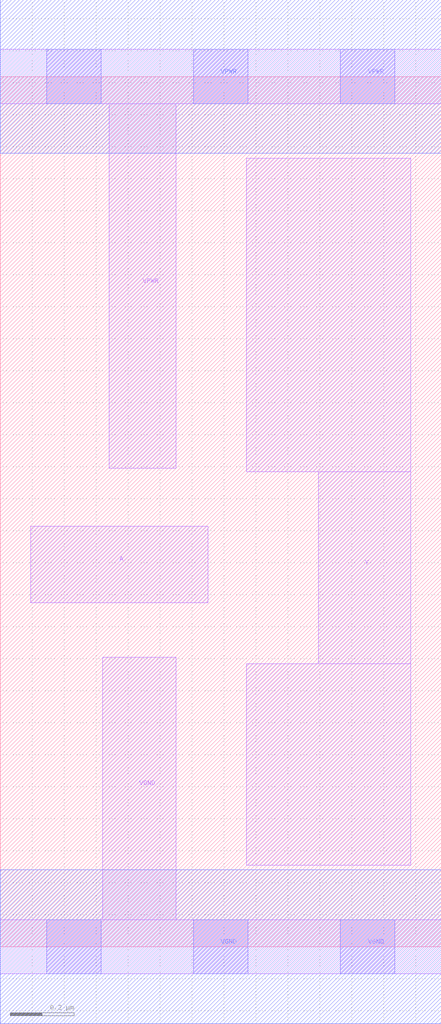
<source format=lef>
# Copyright 2020 The SkyWater PDK Authors
#
# Licensed under the Apache License, Version 2.0 (the "License");
# you may not use this file except in compliance with the License.
# You may obtain a copy of the License at
#
#     https://www.apache.org/licenses/LICENSE-2.0
#
# Unless required by applicable law or agreed to in writing, software
# distributed under the License is distributed on an "AS IS" BASIS,
# WITHOUT WARRANTIES OR CONDITIONS OF ANY KIND, either express or implied.
# See the License for the specific language governing permissions and
# limitations under the License.
#
# SPDX-License-Identifier: Apache-2.0

VERSION 5.7 ;
  NAMESCASESENSITIVE ON ;
  NOWIREEXTENSIONATPIN ON ;
  DIVIDERCHAR "/" ;
  BUSBITCHARS "[]" ;
UNITS
  DATABASE MICRONS 200 ;
END UNITS
PROPERTYDEFINITIONS
  MACRO maskLayoutSubType STRING ;
  MACRO prCellType STRING ;
  MACRO originalViewName STRING ;
END PROPERTYDEFINITIONS
MACRO sky130_fd_sc_hdll__inv_1
  CLASS CORE ;
  FOREIGN sky130_fd_sc_hdll__inv_1 ;
  ORIGIN  0.000000  0.000000 ;
  SIZE  1.380000 BY  2.720000 ;
  SYMMETRY X Y R90 ;
  SITE unithd ;
  PIN A
    ANTENNAGATEAREA  0.277500 ;
    DIRECTION INPUT ;
    USE SIGNAL ;
    PORT
      LAYER li1 ;
        RECT 0.095000 1.075000 0.650000 1.315000 ;
    END
  END A
  PIN VGND
    ANTENNADIFFAREA  0.201500 ;
    DIRECTION INOUT ;
    USE SIGNAL ;
    PORT
      LAYER li1 ;
        RECT 0.000000 -0.085000 1.380000 0.085000 ;
        RECT 0.320000  0.085000 0.550000 0.905000 ;
      LAYER mcon ;
        RECT 0.145000 -0.085000 0.315000 0.085000 ;
        RECT 0.605000 -0.085000 0.775000 0.085000 ;
        RECT 1.065000 -0.085000 1.235000 0.085000 ;
      LAYER met1 ;
        RECT 0.000000 -0.240000 1.380000 0.240000 ;
    END
  END VGND
  PIN VPWR
    ANTENNADIFFAREA  0.270000 ;
    DIRECTION INOUT ;
    USE SIGNAL ;
    PORT
      LAYER li1 ;
        RECT 0.000000 2.635000 1.380000 2.805000 ;
        RECT 0.340000 1.495000 0.550000 2.635000 ;
      LAYER mcon ;
        RECT 0.145000 2.635000 0.315000 2.805000 ;
        RECT 0.605000 2.635000 0.775000 2.805000 ;
        RECT 1.065000 2.635000 1.235000 2.805000 ;
      LAYER met1 ;
        RECT 0.000000 2.480000 1.380000 2.960000 ;
    END
  END VPWR
  PIN Y
    ANTENNADIFFAREA  0.439000 ;
    DIRECTION OUTPUT ;
    USE SIGNAL ;
    PORT
      LAYER li1 ;
        RECT 0.770000 0.255000 1.285000 0.885000 ;
        RECT 0.770000 1.485000 1.285000 2.465000 ;
        RECT 0.995000 0.885000 1.285000 1.485000 ;
    END
  END Y
  PROPERTY maskLayoutSubType "abstract" ;
  PROPERTY prCellType "standard" ;
  PROPERTY originalViewName "layout" ;
END sky130_fd_sc_hdll__inv_1

</source>
